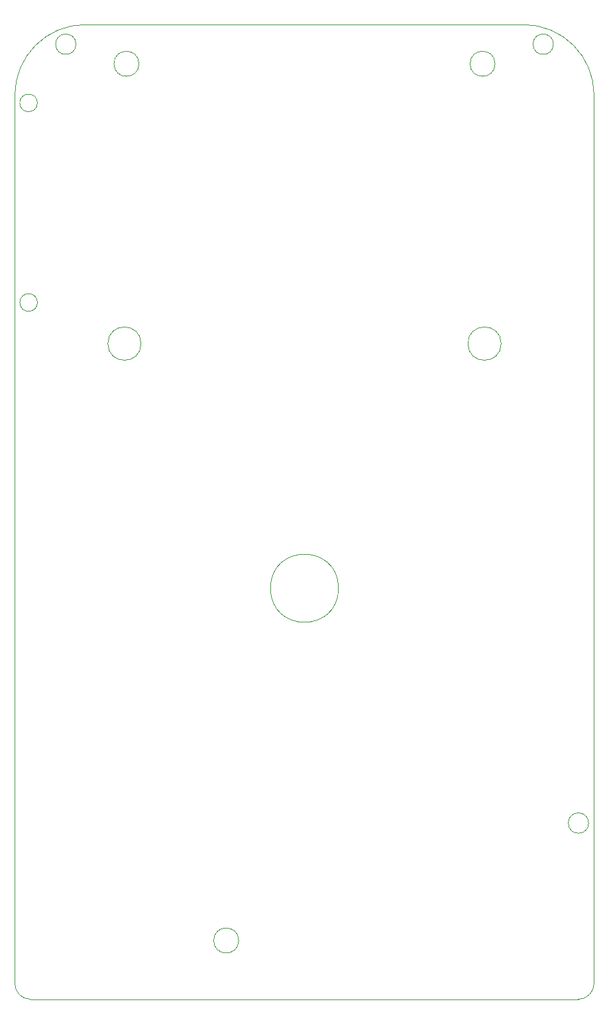
<source format=gbr>
%TF.GenerationSoftware,KiCad,Pcbnew,(6.0.10)*%
%TF.CreationDate,2022-12-25T17:32:20-06:00*%
%TF.ProjectId,fluke_87v_clock_v1,666c756b-655f-4383-9776-5f636c6f636b,rev?*%
%TF.SameCoordinates,Original*%
%TF.FileFunction,Profile,NP*%
%FSLAX46Y46*%
G04 Gerber Fmt 4.6, Leading zero omitted, Abs format (unit mm)*
G04 Created by KiCad (PCBNEW (6.0.10)) date 2022-12-25 17:32:20*
%MOMM*%
%LPD*%
G01*
G04 APERTURE LIST*
%TA.AperFunction,Profile*%
%ADD10C,0.100000*%
%TD*%
G04 APERTURE END LIST*
D10*
X131800000Y-44750000D02*
G75*
G03*
X131800000Y-44750000I-1300000J0D01*
G01*
X63000000Y-164750000D02*
G75*
G03*
X65000000Y-166750000I1975900J-24100D01*
G01*
X65000000Y-166750000D02*
X135000000Y-166750000D01*
X136300000Y-144250000D02*
G75*
G03*
X136300000Y-144250000I-1300000J0D01*
G01*
X78850000Y-47250000D02*
G75*
G03*
X78850000Y-47250000I-1600000J0D01*
G01*
X125125000Y-83000000D02*
G75*
G03*
X125125000Y-83000000I-2125000J0D01*
G01*
X135000000Y-166750000D02*
G75*
G03*
X137000000Y-164750000I0J2000000D01*
G01*
X63000000Y-51250000D02*
X63000000Y-164750000D01*
X91600000Y-159250000D02*
G75*
G03*
X91600000Y-159250000I-1600000J0D01*
G01*
X70800000Y-44750000D02*
G75*
G03*
X70800000Y-44750000I-1300000J0D01*
G01*
X104350000Y-114250000D02*
G75*
G03*
X104350000Y-114250000I-4350000J0D01*
G01*
X137000000Y-51250000D02*
G75*
G03*
X128000000Y-42250000I-9000000J0D01*
G01*
X65875000Y-77750000D02*
G75*
G03*
X65875000Y-77750000I-1125000J0D01*
G01*
X124350000Y-47250000D02*
G75*
G03*
X124350000Y-47250000I-1600000J0D01*
G01*
X72000000Y-42250000D02*
X128000000Y-42250000D01*
X72000000Y-42250000D02*
G75*
G03*
X63000000Y-51250000I0J-9000000D01*
G01*
X79125000Y-83000000D02*
G75*
G03*
X79125000Y-83000000I-2125000J0D01*
G01*
X137000000Y-51250000D02*
X137000000Y-164750000D01*
X65875000Y-52250000D02*
G75*
G03*
X65875000Y-52250000I-1125000J0D01*
G01*
M02*

</source>
